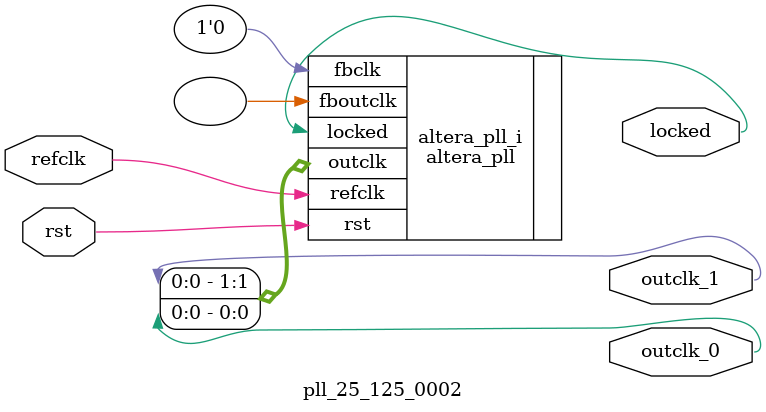
<source format=v>
`timescale 1ns/10ps
module  pll_25_125_0002(

	// interface 'refclk'
	input wire refclk,

	// interface 'reset'
	input wire rst,

	// interface 'outclk0'
	output wire outclk_0,

	// interface 'outclk1'
	output wire outclk_1,

	// interface 'locked'
	output wire locked
);

	altera_pll #(
		.fractional_vco_multiplier("false"),
		.reference_clock_frequency("50.0 MHz"),
		.operation_mode("direct"),
		.number_of_clocks(2),
		.output_clock_frequency0("25.125000 MHz"),
		.phase_shift0("0 ps"),
		.duty_cycle0(50),
		.output_clock_frequency1("50.250000 MHz"),
		.phase_shift1("0 ps"),
		.duty_cycle1(50),
		.output_clock_frequency2("0 MHz"),
		.phase_shift2("0 ps"),
		.duty_cycle2(50),
		.output_clock_frequency3("0 MHz"),
		.phase_shift3("0 ps"),
		.duty_cycle3(50),
		.output_clock_frequency4("0 MHz"),
		.phase_shift4("0 ps"),
		.duty_cycle4(50),
		.output_clock_frequency5("0 MHz"),
		.phase_shift5("0 ps"),
		.duty_cycle5(50),
		.output_clock_frequency6("0 MHz"),
		.phase_shift6("0 ps"),
		.duty_cycle6(50),
		.output_clock_frequency7("0 MHz"),
		.phase_shift7("0 ps"),
		.duty_cycle7(50),
		.output_clock_frequency8("0 MHz"),
		.phase_shift8("0 ps"),
		.duty_cycle8(50),
		.output_clock_frequency9("0 MHz"),
		.phase_shift9("0 ps"),
		.duty_cycle9(50),
		.output_clock_frequency10("0 MHz"),
		.phase_shift10("0 ps"),
		.duty_cycle10(50),
		.output_clock_frequency11("0 MHz"),
		.phase_shift11("0 ps"),
		.duty_cycle11(50),
		.output_clock_frequency12("0 MHz"),
		.phase_shift12("0 ps"),
		.duty_cycle12(50),
		.output_clock_frequency13("0 MHz"),
		.phase_shift13("0 ps"),
		.duty_cycle13(50),
		.output_clock_frequency14("0 MHz"),
		.phase_shift14("0 ps"),
		.duty_cycle14(50),
		.output_clock_frequency15("0 MHz"),
		.phase_shift15("0 ps"),
		.duty_cycle15(50),
		.output_clock_frequency16("0 MHz"),
		.phase_shift16("0 ps"),
		.duty_cycle16(50),
		.output_clock_frequency17("0 MHz"),
		.phase_shift17("0 ps"),
		.duty_cycle17(50),
		.pll_type("General"),
		.pll_subtype("General")
	) altera_pll_i (
		.rst	(rst),
		.outclk	({outclk_1, outclk_0}),
		.locked	(locked),
		.fboutclk	( ),
		.fbclk	(1'b0),
		.refclk	(refclk)
	);
endmodule


</source>
